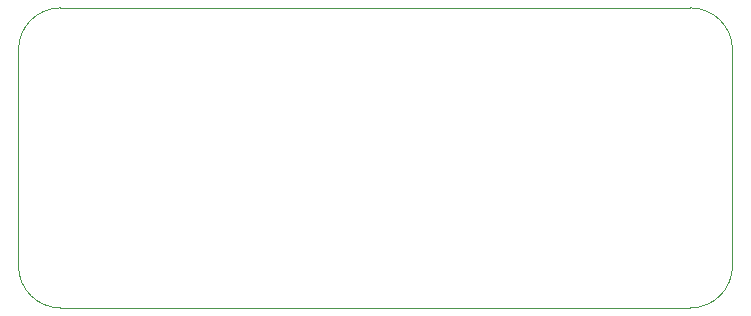
<source format=gbr>
%TF.GenerationSoftware,KiCad,Pcbnew,7.0.10*%
%TF.CreationDate,2024-02-07T21:18:28+06:30*%
%TF.ProjectId,7805,37383035-2e6b-4696-9361-645f70636258,rev?*%
%TF.SameCoordinates,PXa990340PY791ddc0*%
%TF.FileFunction,Profile,NP*%
%FSLAX46Y46*%
G04 Gerber Fmt 4.6, Leading zero omitted, Abs format (unit mm)*
G04 Created by KiCad (PCBNEW 7.0.10) date 2024-02-07 21:18:28*
%MOMM*%
%LPD*%
G01*
G04 APERTURE LIST*
%TA.AperFunction,Profile*%
%ADD10C,0.100000*%
%TD*%
G04 APERTURE END LIST*
D10*
X56896000Y0D02*
X3556000Y0D01*
X0Y3556000D02*
G75*
G03*
X3556000Y0I3556000J0D01*
G01*
X60452000Y21844000D02*
X60452000Y3556000D01*
X3556000Y25400000D02*
G75*
G03*
X0Y21844000I0J-3556000D01*
G01*
X56896000Y0D02*
G75*
G03*
X60452000Y3556000I0J3556000D01*
G01*
X60452000Y21844000D02*
G75*
G03*
X56896000Y25400000I-3556000J0D01*
G01*
X0Y3556000D02*
X0Y21844000D01*
X3556000Y25400000D02*
X56896000Y25400000D01*
M02*

</source>
